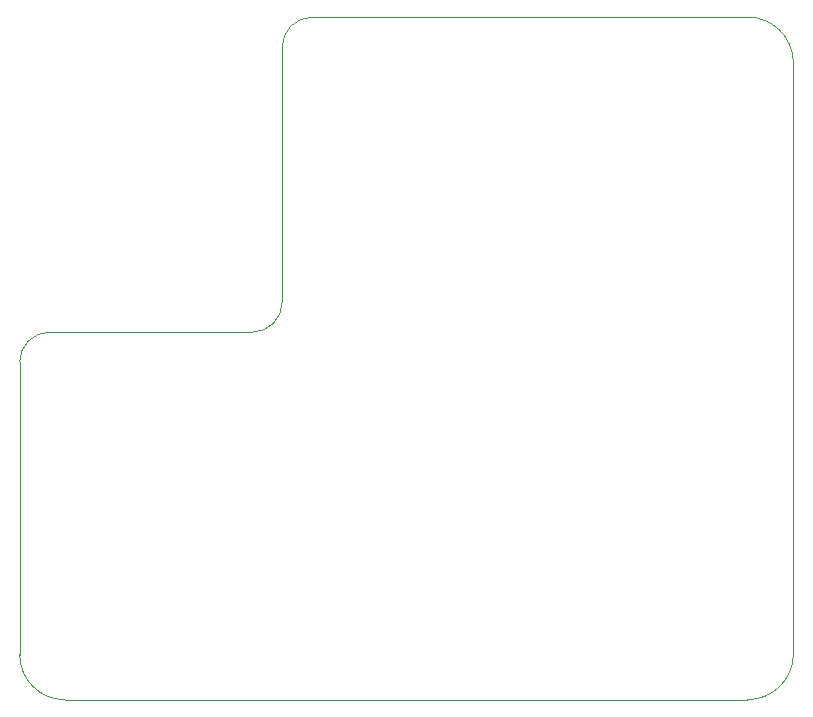
<source format=gbr>
%TF.GenerationSoftware,KiCad,Pcbnew,5.1.5+dfsg1-2~bpo10+1*%
%TF.CreationDate,2020-10-30T12:10:53+01:00*%
%TF.ProjectId,ms_auth_breakout,6d735f61-7574-4685-9f62-7265616b6f75,1.1.0*%
%TF.SameCoordinates,Original*%
%TF.FileFunction,Other,ECO2*%
%FSLAX46Y46*%
G04 Gerber Fmt 4.6, Leading zero omitted, Abs format (unit mm)*
G04 Created by KiCad (PCBNEW 5.1.5+dfsg1-2~bpo10+1) date 2020-10-30 12:10:53 commit 8f6b4a8*
%MOMM*%
%LPD*%
G04 APERTURE LIST*
%ADD10C,0.050000*%
G04 APERTURE END LIST*
D10*
X119557800Y-133896100D02*
G75*
G02X115747800Y-130086100I0J3810000D01*
G01*
X119557800Y-133896100D02*
X177342800Y-133896100D01*
X181254400Y-130086100D02*
G75*
G02X177342800Y-133896100I-3860800J50800D01*
G01*
X181254400Y-130086100D02*
X181254400Y-79921100D01*
X177342800Y-76111100D02*
G75*
G02X181254400Y-79921100I50800J-3860800D01*
G01*
X177342800Y-76111100D02*
X140512800Y-76111100D01*
X137972800Y-78651100D02*
G75*
G02X140512800Y-76111100I2540000J0D01*
G01*
X137972800Y-78651100D02*
X137972800Y-100241100D01*
X135432800Y-102781100D02*
G75*
G03X137972800Y-100241100I0J2540000D01*
G01*
X135432800Y-102781100D02*
X118287800Y-102781100D01*
X115747800Y-105321100D02*
G75*
G02X118287800Y-102781100I2540000J0D01*
G01*
X115747800Y-105321100D02*
X115747800Y-130086100D01*
M02*

</source>
